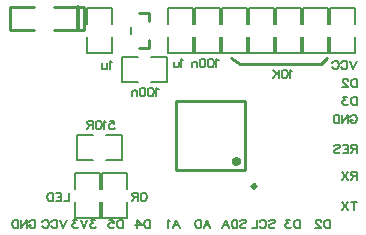
<source format=gbo>
G04 ---------------------------- Layer name :BOTTOM SILK LAYER*
G04 EasyEDA v5.4.10, Tue, 24 Apr 2018 09:14:44 GMT*
G04 c78431fd7d494278a101bd4be382ca9e*
G04 Gerber Generator version 0.2*
G04 Scale: 100 percent, Rotated: No, Reflected: No *
G04 Dimensions in inches *
G04 leading zeros omitted , absolute positions ,2 integer and 4 decimal *
%FSLAX24Y24*%
%MOIN*%
G90*
G70D02*

%ADD10C,0.010000*%
%ADD29C,0.008000*%
%ADD33C,0.007870*%
%ADD34C,0.007874*%
%ADD35C,0.013000*%
%ADD36C,0.011811*%
%ADD37C,0.015748*%
%ADD38C,0.007000*%

%LPD*%
G54D10*
G01X7600Y6900D02*
G01X7900Y6700D01*
G01X10600Y6700D01*
G01X10800Y6900D01*
G54D33*
G01X4918Y6907D02*
G01X5438Y6907D01*
G01X5438Y6092D01*
G01X4918Y6092D01*
G01X4472Y6907D02*
G01X3953Y6907D01*
G01X3953Y6092D01*
G01X4472Y6092D01*
G01X9907Y7581D02*
G01X9907Y7061D01*
G01X9092Y7061D01*
G01X9092Y7581D01*
G01X9907Y8027D02*
G01X9907Y8546D01*
G01X9092Y8546D01*
G01X9092Y8027D01*
G01X7207Y7581D02*
G01X7207Y7061D01*
G01X6392Y7061D01*
G01X6392Y7581D01*
G01X7207Y8027D02*
G01X7207Y8546D01*
G01X6392Y8546D01*
G01X6392Y8027D01*
G54D10*
G01X4855Y8115D02*
G01X4855Y8374D01*
G01X4855Y8115D01*
G01X4855Y8374D01*
G01X4534Y8374D01*
G01X4534Y7225D02*
G01X4855Y7225D01*
G01X4855Y7484D01*
G54D34*
G01X4245Y7681D02*
G01X4245Y7918D01*
G54D33*
G01X9007Y7581D02*
G01X9007Y7061D01*
G01X8192Y7061D01*
G01X8192Y7581D01*
G01X9007Y8027D02*
G01X9007Y8546D01*
G01X8192Y8546D01*
G01X8192Y8027D01*
G01X8107Y7581D02*
G01X8107Y7061D01*
G01X7292Y7061D01*
G01X7292Y7581D01*
G01X8107Y8027D02*
G01X8107Y8546D01*
G01X7292Y8546D01*
G01X7292Y8027D01*
G01X11707Y7581D02*
G01X11707Y7061D01*
G01X10892Y7061D01*
G01X10892Y7581D01*
G01X11707Y8027D02*
G01X11707Y8546D01*
G01X10892Y8546D01*
G01X10892Y8027D01*
G01X10807Y7581D02*
G01X10807Y7061D01*
G01X9992Y7061D01*
G01X9992Y7581D01*
G01X10807Y8027D02*
G01X10807Y8546D01*
G01X9992Y8546D01*
G01X9992Y8027D01*
G01X3607Y7581D02*
G01X3607Y7061D01*
G01X2792Y7061D01*
G01X2792Y7581D01*
G01X3607Y8027D02*
G01X3607Y8546D01*
G01X2792Y8546D01*
G01X2792Y8027D01*
G01X6307Y7581D02*
G01X6307Y7061D01*
G01X5492Y7061D01*
G01X5492Y7581D01*
G01X6307Y8027D02*
G01X6307Y8546D01*
G01X5492Y8546D01*
G01X5492Y8027D01*
G01X3292Y2518D02*
G01X3292Y3038D01*
G01X4107Y3038D01*
G01X4107Y2518D01*
G01X3292Y2072D02*
G01X3292Y1553D01*
G01X4107Y1553D01*
G01X4107Y2072D01*
G54D10*
G01X1669Y7819D02*
G01X2690Y7819D01*
G01X2690Y8600D01*
G01X1669Y8600D01*
G54D35*
G01X2490Y8580D02*
G01X2490Y7840D01*
G54D10*
G01X1030Y8600D02*
G01X226Y8600D01*
G01X226Y7811D01*
G01X1030Y7811D01*
G54D33*
G01X3207Y2081D02*
G01X3207Y1561D01*
G01X2392Y1561D01*
G01X2392Y2081D01*
G01X3207Y2527D02*
G01X3207Y3046D01*
G01X2392Y3046D01*
G01X2392Y2527D01*
G01X3418Y4307D02*
G01X3938Y4307D01*
G01X3938Y3492D01*
G01X3418Y3492D01*
G01X2972Y4307D02*
G01X2453Y4307D01*
G01X2453Y3492D01*
G01X2972Y3492D01*
G54D10*
G01X8061Y5461D02*
G01X8061Y3138D01*
G01X5738Y3138D01*
G01X5738Y5461D01*
G01X8061Y5461D01*
G54D29*
G01X10871Y1499D02*
G01X10871Y1213D01*
G01X10871Y1499D02*
G01X10776Y1499D01*
G01X10735Y1486D01*
G01X10708Y1459D01*
G01X10694Y1431D01*
G01X10680Y1390D01*
G01X10680Y1322D01*
G01X10694Y1281D01*
G01X10708Y1254D01*
G01X10735Y1227D01*
G01X10776Y1213D01*
G01X10871Y1213D01*
G01X10577Y1431D02*
G01X10577Y1445D01*
G01X10563Y1472D01*
G01X10550Y1486D01*
G01X10522Y1499D01*
G01X10468Y1499D01*
G01X10440Y1486D01*
G01X10427Y1472D01*
G01X10413Y1445D01*
G01X10413Y1418D01*
G01X10427Y1390D01*
G01X10454Y1349D01*
G01X10590Y1213D01*
G01X10400Y1213D01*
G01X9871Y1499D02*
G01X9871Y1213D01*
G01X9871Y1499D02*
G01X9776Y1499D01*
G01X9735Y1486D01*
G01X9708Y1459D01*
G01X9694Y1431D01*
G01X9680Y1390D01*
G01X9680Y1322D01*
G01X9694Y1281D01*
G01X9708Y1254D01*
G01X9735Y1227D01*
G01X9776Y1213D01*
G01X9871Y1213D01*
G01X9563Y1499D02*
G01X9413Y1499D01*
G01X9495Y1390D01*
G01X9454Y1390D01*
G01X9427Y1377D01*
G01X9413Y1363D01*
G01X9400Y1322D01*
G01X9400Y1295D01*
G01X9413Y1254D01*
G01X9440Y1227D01*
G01X9481Y1213D01*
G01X9522Y1213D01*
G01X9563Y1227D01*
G01X9577Y1240D01*
G01X9590Y1268D01*
G01X8848Y1459D02*
G01X8875Y1486D01*
G01X8916Y1499D01*
G01X8970Y1499D01*
G01X9011Y1486D01*
G01X9039Y1459D01*
G01X9039Y1431D01*
G01X9025Y1404D01*
G01X9011Y1390D01*
G01X8984Y1377D01*
G01X8902Y1349D01*
G01X8875Y1336D01*
G01X8861Y1322D01*
G01X8848Y1295D01*
G01X8848Y1254D01*
G01X8875Y1227D01*
G01X8916Y1213D01*
G01X8970Y1213D01*
G01X9011Y1227D01*
G01X9039Y1254D01*
G01X8553Y1431D02*
G01X8567Y1459D01*
G01X8594Y1486D01*
G01X8621Y1499D01*
G01X8676Y1499D01*
G01X8703Y1486D01*
G01X8730Y1459D01*
G01X8744Y1431D01*
G01X8758Y1390D01*
G01X8758Y1322D01*
G01X8744Y1281D01*
G01X8730Y1254D01*
G01X8703Y1227D01*
G01X8676Y1213D01*
G01X8621Y1213D01*
G01X8594Y1227D01*
G01X8567Y1254D01*
G01X8553Y1281D01*
G01X8463Y1499D02*
G01X8463Y1213D01*
G01X8463Y1213D02*
G01X8299Y1213D01*
G01X7889Y1459D02*
G01X7916Y1486D01*
G01X7957Y1499D01*
G01X8011Y1499D01*
G01X8052Y1486D01*
G01X8080Y1459D01*
G01X8080Y1431D01*
G01X8066Y1404D01*
G01X8052Y1390D01*
G01X8025Y1377D01*
G01X7943Y1349D01*
G01X7916Y1336D01*
G01X7902Y1322D01*
G01X7889Y1295D01*
G01X7889Y1254D01*
G01X7916Y1227D01*
G01X7957Y1213D01*
G01X8011Y1213D01*
G01X8052Y1227D01*
G01X8080Y1254D01*
G01X7799Y1499D02*
G01X7799Y1213D01*
G01X7799Y1499D02*
G01X7703Y1499D01*
G01X7662Y1486D01*
G01X7635Y1459D01*
G01X7621Y1431D01*
G01X7608Y1390D01*
G01X7608Y1322D01*
G01X7621Y1281D01*
G01X7635Y1254D01*
G01X7662Y1227D01*
G01X7703Y1213D01*
G01X7799Y1213D01*
G01X7409Y1499D02*
G01X7518Y1213D01*
G01X7409Y1499D02*
G01X7300Y1213D01*
G01X7477Y1309D02*
G01X7340Y1309D01*
G01X6790Y1499D02*
G01X6899Y1213D01*
G01X6790Y1499D02*
G01X6681Y1213D01*
G01X6858Y1309D02*
G01X6721Y1309D01*
G01X6509Y1499D02*
G01X6550Y1486D01*
G01X6577Y1445D01*
G01X6591Y1377D01*
G01X6591Y1336D01*
G01X6577Y1268D01*
G01X6550Y1227D01*
G01X6509Y1213D01*
G01X6481Y1213D01*
G01X6441Y1227D01*
G01X6413Y1268D01*
G01X6400Y1336D01*
G01X6400Y1377D01*
G01X6413Y1445D01*
G01X6441Y1486D01*
G01X6481Y1499D01*
G01X6509Y1499D01*
G01X5767Y1499D02*
G01X5876Y1213D01*
G01X5767Y1499D02*
G01X5658Y1213D01*
G01X5835Y1309D02*
G01X5699Y1309D01*
G01X5568Y1445D02*
G01X5541Y1459D01*
G01X5500Y1499D01*
G01X5500Y1213D01*
G01X4885Y1499D02*
G01X4885Y1213D01*
G01X4885Y1499D02*
G01X4790Y1499D01*
G01X4749Y1486D01*
G01X4721Y1459D01*
G01X4708Y1431D01*
G01X4694Y1390D01*
G01X4694Y1322D01*
G01X4708Y1281D01*
G01X4721Y1254D01*
G01X4749Y1227D01*
G01X4790Y1213D01*
G01X4885Y1213D01*
G01X4468Y1499D02*
G01X4604Y1309D01*
G01X4400Y1309D01*
G01X4468Y1499D02*
G01X4468Y1213D01*
G01X3971Y1499D02*
G01X3971Y1213D01*
G01X3971Y1499D02*
G01X3876Y1499D01*
G01X3835Y1486D01*
G01X3808Y1459D01*
G01X3794Y1431D01*
G01X3780Y1390D01*
G01X3780Y1322D01*
G01X3794Y1281D01*
G01X3808Y1254D01*
G01X3835Y1227D01*
G01X3876Y1213D01*
G01X3971Y1213D01*
G01X3527Y1499D02*
G01X3663Y1499D01*
G01X3677Y1377D01*
G01X3663Y1390D01*
G01X3622Y1404D01*
G01X3581Y1404D01*
G01X3540Y1390D01*
G01X3513Y1363D01*
G01X3500Y1322D01*
G01X3500Y1295D01*
G01X3513Y1254D01*
G01X3540Y1227D01*
G01X3581Y1213D01*
G01X3622Y1213D01*
G01X3663Y1227D01*
G01X3677Y1240D01*
G01X3690Y1268D01*
G01X3052Y1499D02*
G01X2902Y1499D01*
G01X2984Y1390D01*
G01X2943Y1390D01*
G01X2916Y1377D01*
G01X2902Y1363D01*
G01X2889Y1322D01*
G01X2889Y1295D01*
G01X2902Y1254D01*
G01X2930Y1227D01*
G01X2970Y1213D01*
G01X3011Y1213D01*
G01X3052Y1227D01*
G01X3066Y1240D01*
G01X3080Y1268D01*
G01X2799Y1499D02*
G01X2690Y1213D01*
G01X2580Y1499D02*
G01X2690Y1213D01*
G01X2463Y1499D02*
G01X2313Y1499D01*
G01X2395Y1390D01*
G01X2354Y1390D01*
G01X2327Y1377D01*
G01X2313Y1363D01*
G01X2300Y1322D01*
G01X2300Y1295D01*
G01X2313Y1254D01*
G01X2340Y1227D01*
G01X2381Y1213D01*
G01X2422Y1213D01*
G01X2463Y1227D01*
G01X2477Y1240D01*
G01X2490Y1268D01*
G01X2107Y1499D02*
G01X1998Y1213D01*
G01X1889Y1499D02*
G01X1998Y1213D01*
G01X1594Y1431D02*
G01X1608Y1459D01*
G01X1635Y1486D01*
G01X1662Y1499D01*
G01X1717Y1499D01*
G01X1744Y1486D01*
G01X1771Y1459D01*
G01X1785Y1431D01*
G01X1799Y1390D01*
G01X1799Y1322D01*
G01X1785Y1281D01*
G01X1771Y1254D01*
G01X1744Y1227D01*
G01X1717Y1213D01*
G01X1662Y1213D01*
G01X1635Y1227D01*
G01X1608Y1254D01*
G01X1594Y1281D01*
G01X1300Y1431D02*
G01X1313Y1459D01*
G01X1341Y1486D01*
G01X1368Y1499D01*
G01X1422Y1499D01*
G01X1450Y1486D01*
G01X1477Y1459D01*
G01X1491Y1431D01*
G01X1504Y1390D01*
G01X1504Y1322D01*
G01X1491Y1281D01*
G01X1477Y1254D01*
G01X1450Y1227D01*
G01X1422Y1213D01*
G01X1368Y1213D01*
G01X1341Y1227D01*
G01X1313Y1254D01*
G01X1300Y1281D01*
G01X861Y1431D02*
G01X875Y1459D01*
G01X902Y1486D01*
G01X930Y1499D01*
G01X984Y1499D01*
G01X1011Y1486D01*
G01X1039Y1459D01*
G01X1052Y1431D01*
G01X1066Y1390D01*
G01X1066Y1322D01*
G01X1052Y1281D01*
G01X1039Y1254D01*
G01X1011Y1227D01*
G01X984Y1213D01*
G01X930Y1213D01*
G01X902Y1227D01*
G01X875Y1254D01*
G01X861Y1281D01*
G01X861Y1322D01*
G01X930Y1322D02*
G01X861Y1322D01*
G01X771Y1499D02*
G01X771Y1213D01*
G01X771Y1499D02*
G01X580Y1213D01*
G01X580Y1499D02*
G01X580Y1213D01*
G01X490Y1499D02*
G01X490Y1213D01*
G01X490Y1499D02*
G01X395Y1499D01*
G01X354Y1486D01*
G01X327Y1459D01*
G01X313Y1431D01*
G01X300Y1390D01*
G01X300Y1322D01*
G01X313Y1281D01*
G01X327Y1254D01*
G01X354Y1227D01*
G01X395Y1213D01*
G01X490Y1213D01*
G01X11771Y6199D02*
G01X11771Y5913D01*
G01X11771Y6199D02*
G01X11676Y6199D01*
G01X11635Y6186D01*
G01X11608Y6159D01*
G01X11594Y6131D01*
G01X11580Y6090D01*
G01X11580Y6022D01*
G01X11594Y5981D01*
G01X11608Y5954D01*
G01X11635Y5927D01*
G01X11676Y5913D01*
G01X11771Y5913D01*
G01X11477Y6131D02*
G01X11477Y6145D01*
G01X11463Y6172D01*
G01X11450Y6186D01*
G01X11422Y6199D01*
G01X11368Y6199D01*
G01X11340Y6186D01*
G01X11327Y6172D01*
G01X11313Y6145D01*
G01X11313Y6118D01*
G01X11327Y6090D01*
G01X11354Y6049D01*
G01X11490Y5913D01*
G01X11300Y5913D01*
G01X11771Y5599D02*
G01X11771Y5313D01*
G01X11771Y5599D02*
G01X11676Y5599D01*
G01X11635Y5586D01*
G01X11608Y5559D01*
G01X11594Y5531D01*
G01X11580Y5490D01*
G01X11580Y5422D01*
G01X11594Y5381D01*
G01X11608Y5354D01*
G01X11635Y5327D01*
G01X11676Y5313D01*
G01X11771Y5313D01*
G01X11463Y5599D02*
G01X11313Y5599D01*
G01X11395Y5490D01*
G01X11354Y5490D01*
G01X11327Y5477D01*
G01X11313Y5463D01*
G01X11300Y5422D01*
G01X11300Y5395D01*
G01X11313Y5354D01*
G01X11340Y5327D01*
G01X11381Y5313D01*
G01X11422Y5313D01*
G01X11463Y5327D01*
G01X11477Y5340D01*
G01X11490Y5368D01*
G01X11567Y4931D02*
G01X11581Y4959D01*
G01X11608Y4986D01*
G01X11635Y4999D01*
G01X11690Y4999D01*
G01X11717Y4986D01*
G01X11744Y4959D01*
G01X11758Y4931D01*
G01X11772Y4890D01*
G01X11772Y4822D01*
G01X11758Y4781D01*
G01X11744Y4754D01*
G01X11717Y4727D01*
G01X11690Y4713D01*
G01X11635Y4713D01*
G01X11608Y4727D01*
G01X11581Y4754D01*
G01X11567Y4781D01*
G01X11567Y4822D01*
G01X11635Y4822D02*
G01X11567Y4822D01*
G01X11477Y4999D02*
G01X11477Y4713D01*
G01X11477Y4999D02*
G01X11286Y4713D01*
G01X11286Y4999D02*
G01X11286Y4713D01*
G01X11196Y4999D02*
G01X11196Y4713D01*
G01X11196Y4999D02*
G01X11101Y4999D01*
G01X11060Y4986D01*
G01X11032Y4959D01*
G01X11019Y4931D01*
G01X11005Y4890D01*
G01X11005Y4822D01*
G01X11019Y4781D01*
G01X11032Y4754D01*
G01X11060Y4727D01*
G01X11101Y4713D01*
G01X11196Y4713D01*
G01X11772Y6799D02*
G01X11662Y6513D01*
G01X11553Y6799D02*
G01X11662Y6513D01*
G01X11259Y6731D02*
G01X11272Y6759D01*
G01X11300Y6786D01*
G01X11327Y6799D01*
G01X11382Y6799D01*
G01X11409Y6786D01*
G01X11436Y6759D01*
G01X11450Y6731D01*
G01X11463Y6690D01*
G01X11463Y6622D01*
G01X11450Y6581D01*
G01X11436Y6554D01*
G01X11409Y6527D01*
G01X11382Y6513D01*
G01X11327Y6513D01*
G01X11300Y6527D01*
G01X11272Y6554D01*
G01X11259Y6581D01*
G01X10964Y6731D02*
G01X10978Y6759D01*
G01X11005Y6786D01*
G01X11032Y6799D01*
G01X11087Y6799D01*
G01X11114Y6786D01*
G01X11142Y6759D01*
G01X11155Y6731D01*
G01X11169Y6690D01*
G01X11169Y6622D01*
G01X11155Y6581D01*
G01X11142Y6554D01*
G01X11114Y6527D01*
G01X11087Y6513D01*
G01X11032Y6513D01*
G01X11005Y6527D01*
G01X10978Y6554D01*
G01X10964Y6581D01*
G01X11771Y3999D02*
G01X11771Y3713D01*
G01X11771Y3999D02*
G01X11649Y3999D01*
G01X11608Y3986D01*
G01X11594Y3972D01*
G01X11581Y3945D01*
G01X11581Y3918D01*
G01X11594Y3890D01*
G01X11608Y3877D01*
G01X11649Y3863D01*
G01X11771Y3863D01*
G01X11676Y3863D02*
G01X11581Y3713D01*
G01X11491Y3999D02*
G01X11491Y3713D01*
G01X11491Y3999D02*
G01X11313Y3999D01*
G01X11491Y3863D02*
G01X11381Y3863D01*
G01X11491Y3713D02*
G01X11313Y3713D01*
G01X11032Y3958D02*
G01X11060Y3986D01*
G01X11101Y3999D01*
G01X11155Y3999D01*
G01X11196Y3986D01*
G01X11223Y3958D01*
G01X11223Y3931D01*
G01X11210Y3904D01*
G01X11196Y3890D01*
G01X11169Y3877D01*
G01X11087Y3849D01*
G01X11060Y3836D01*
G01X11046Y3822D01*
G01X11032Y3795D01*
G01X11032Y3754D01*
G01X11060Y3727D01*
G01X11101Y3713D01*
G01X11155Y3713D01*
G01X11196Y3727D01*
G01X11223Y3754D01*
G01X11676Y2099D02*
G01X11676Y1813D01*
G01X11771Y2099D02*
G01X11581Y2099D01*
G01X11491Y2099D02*
G01X11300Y1813D01*
G01X11300Y2099D02*
G01X11491Y1813D01*
G01X11771Y3099D02*
G01X11771Y2813D01*
G01X11771Y3099D02*
G01X11649Y3099D01*
G01X11608Y3086D01*
G01X11594Y3072D01*
G01X11581Y3045D01*
G01X11581Y3018D01*
G01X11594Y2990D01*
G01X11608Y2977D01*
G01X11649Y2963D01*
G01X11771Y2963D01*
G01X11676Y2963D02*
G01X11581Y2813D01*
G01X11491Y3099D02*
G01X11300Y2813D01*
G01X11300Y3099D02*
G01X11491Y2813D01*
G01X4690Y2399D02*
G01X4730Y2386D01*
G01X4758Y2345D01*
G01X4771Y2277D01*
G01X4771Y2236D01*
G01X4758Y2168D01*
G01X4730Y2127D01*
G01X4690Y2113D01*
G01X4662Y2113D01*
G01X4621Y2127D01*
G01X4594Y2168D01*
G01X4580Y2236D01*
G01X4580Y2277D01*
G01X4594Y2345D01*
G01X4621Y2386D01*
G01X4662Y2399D01*
G01X4690Y2399D01*
G01X4490Y2399D02*
G01X4490Y2113D01*
G01X4490Y2399D02*
G01X4368Y2399D01*
G01X4327Y2386D01*
G01X4313Y2372D01*
G01X4300Y2345D01*
G01X4300Y2318D01*
G01X4313Y2290D01*
G01X4327Y2277D01*
G01X4368Y2263D01*
G01X4490Y2263D01*
G01X4395Y2263D02*
G01X4300Y2113D01*
G01X5169Y5845D02*
G01X5142Y5859D01*
G01X5101Y5900D01*
G01X5101Y5613D01*
G01X4929Y5900D02*
G01X4970Y5886D01*
G01X4998Y5845D01*
G01X5011Y5777D01*
G01X5011Y5736D01*
G01X4998Y5668D01*
G01X4970Y5627D01*
G01X4929Y5613D01*
G01X4902Y5613D01*
G01X4861Y5627D01*
G01X4834Y5668D01*
G01X4820Y5736D01*
G01X4820Y5777D01*
G01X4834Y5845D01*
G01X4861Y5886D01*
G01X4902Y5900D01*
G01X4929Y5900D01*
G01X4648Y5900D02*
G01X4689Y5886D01*
G01X4717Y5845D01*
G01X4730Y5777D01*
G01X4730Y5736D01*
G01X4717Y5668D01*
G01X4689Y5627D01*
G01X4648Y5613D01*
G01X4621Y5613D01*
G01X4580Y5627D01*
G01X4553Y5668D01*
G01X4539Y5736D01*
G01X4539Y5777D01*
G01X4553Y5845D01*
G01X4580Y5886D01*
G01X4621Y5900D01*
G01X4648Y5900D01*
G01X4449Y5804D02*
G01X4449Y5613D01*
G01X4449Y5750D02*
G01X4408Y5790D01*
G01X4381Y5804D01*
G01X4340Y5804D01*
G01X4313Y5790D01*
G01X4299Y5750D01*
G01X4299Y5613D01*
G01X3608Y6745D02*
G01X3581Y6758D01*
G01X3540Y6799D01*
G01X3540Y6513D01*
G01X3450Y6704D02*
G01X3450Y6568D01*
G01X3436Y6527D01*
G01X3409Y6513D01*
G01X3368Y6513D01*
G01X3341Y6527D01*
G01X3300Y6568D01*
G01X3300Y6704D02*
G01X3300Y6513D01*
G01X6000Y6809D02*
G01X5973Y6822D01*
G01X5932Y6863D01*
G01X5932Y6577D01*
G01X5842Y6768D02*
G01X5842Y6632D01*
G01X5828Y6591D01*
G01X5801Y6577D01*
G01X5760Y6577D01*
G01X5733Y6591D01*
G01X5692Y6632D01*
G01X5692Y6768D02*
G01X5692Y6577D01*
G01X9630Y6445D02*
G01X9602Y6459D01*
G01X9561Y6499D01*
G01X9561Y6213D01*
G01X9390Y6499D02*
G01X9430Y6486D01*
G01X9458Y6445D01*
G01X9471Y6377D01*
G01X9471Y6336D01*
G01X9458Y6268D01*
G01X9430Y6227D01*
G01X9390Y6213D01*
G01X9362Y6213D01*
G01X9321Y6227D01*
G01X9294Y6268D01*
G01X9280Y6336D01*
G01X9280Y6377D01*
G01X9294Y6445D01*
G01X9321Y6486D01*
G01X9362Y6499D01*
G01X9390Y6499D01*
G01X9190Y6499D02*
G01X9190Y6213D01*
G01X9000Y6499D02*
G01X9190Y6309D01*
G01X9122Y6377D02*
G01X9000Y6213D01*
G01X7169Y6809D02*
G01X7142Y6823D01*
G01X7101Y6864D01*
G01X7101Y6577D01*
G01X6929Y6864D02*
G01X6970Y6850D01*
G01X6998Y6809D01*
G01X7011Y6741D01*
G01X7011Y6700D01*
G01X6998Y6632D01*
G01X6970Y6591D01*
G01X6929Y6577D01*
G01X6902Y6577D01*
G01X6861Y6591D01*
G01X6834Y6632D01*
G01X6820Y6700D01*
G01X6820Y6741D01*
G01X6834Y6809D01*
G01X6861Y6850D01*
G01X6902Y6864D01*
G01X6929Y6864D01*
G01X6649Y6864D02*
G01X6689Y6850D01*
G01X6717Y6809D01*
G01X6730Y6741D01*
G01X6730Y6700D01*
G01X6717Y6632D01*
G01X6689Y6591D01*
G01X6649Y6577D01*
G01X6621Y6577D01*
G01X6580Y6591D01*
G01X6553Y6632D01*
G01X6539Y6700D01*
G01X6539Y6741D01*
G01X6553Y6809D01*
G01X6580Y6850D01*
G01X6621Y6864D01*
G01X6649Y6864D01*
G01X6449Y6768D02*
G01X6449Y6577D01*
G01X6449Y6714D02*
G01X6409Y6754D01*
G01X6381Y6768D01*
G01X6340Y6768D01*
G01X6313Y6754D01*
G01X6299Y6714D01*
G01X6299Y6577D01*
G54D38*
G01X2169Y2400D02*
G01X2169Y2113D01*
G01X2169Y2113D02*
G01X2006Y2113D01*
G01X1916Y2400D02*
G01X1916Y2113D01*
G01X1916Y2400D02*
G01X1738Y2400D01*
G01X1916Y2263D02*
G01X1807Y2263D01*
G01X1916Y2113D02*
G01X1738Y2113D01*
G01X1648Y2400D02*
G01X1648Y2113D01*
G01X1648Y2400D02*
G01X1553Y2400D01*
G01X1512Y2386D01*
G01X1485Y2359D01*
G01X1471Y2331D01*
G01X1458Y2290D01*
G01X1458Y2222D01*
G01X1471Y2181D01*
G01X1485Y2154D01*
G01X1512Y2127D01*
G01X1553Y2113D01*
G01X1648Y2113D01*
G54D29*
G01X3547Y4799D02*
G01X3683Y4799D01*
G01X3697Y4677D01*
G01X3683Y4690D01*
G01X3642Y4704D01*
G01X3601Y4704D01*
G01X3560Y4690D01*
G01X3533Y4663D01*
G01X3519Y4622D01*
G01X3519Y4595D01*
G01X3533Y4554D01*
G01X3560Y4527D01*
G01X3601Y4513D01*
G01X3642Y4513D01*
G01X3683Y4527D01*
G01X3697Y4540D01*
G01X3710Y4568D01*
G01X3429Y4745D02*
G01X3402Y4759D01*
G01X3361Y4799D01*
G01X3361Y4513D01*
G01X3189Y4799D02*
G01X3230Y4786D01*
G01X3258Y4745D01*
G01X3271Y4677D01*
G01X3271Y4636D01*
G01X3258Y4568D01*
G01X3230Y4527D01*
G01X3189Y4513D01*
G01X3162Y4513D01*
G01X3121Y4527D01*
G01X3094Y4568D01*
G01X3080Y4636D01*
G01X3080Y4677D01*
G01X3094Y4745D01*
G01X3121Y4786D01*
G01X3162Y4799D01*
G01X3189Y4799D01*
G01X2990Y4799D02*
G01X2990Y4513D01*
G01X2990Y4799D02*
G01X2868Y4799D01*
G01X2827Y4786D01*
G01X2813Y4772D01*
G01X2799Y4745D01*
G01X2799Y4718D01*
G01X2813Y4690D01*
G01X2827Y4677D01*
G01X2868Y4663D01*
G01X2990Y4663D01*
G01X2895Y4663D02*
G01X2799Y4513D01*
G54D36*
G75*
G01X8357Y2666D02*
G2X8356Y2666I0J-59D01*
G01*
G54D37*
G75*
G01X7766Y3513D02*
G2X7765Y3513I-1J-79D01*
G01*
M00*
M02*

</source>
